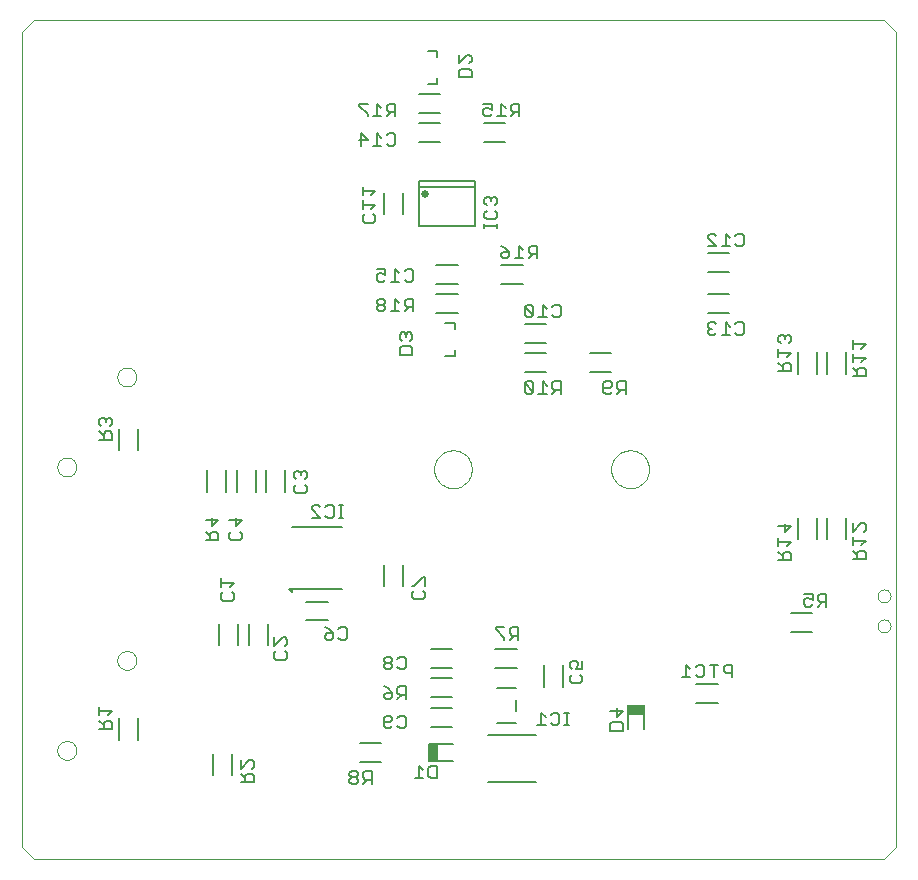
<source format=gbo>
G75*
G70*
%OFA0B0*%
%FSLAX24Y24*%
%IPPOS*%
%LPD*%
%AMOC8*
5,1,8,0,0,1.08239X$1,22.5*
%
%ADD10C,0.0000*%
%ADD11C,0.0079*%
%ADD12C,0.0080*%
%ADD13C,0.0250*%
%ADD14C,0.0060*%
%ADD15R,0.0354X0.0551*%
%ADD16R,0.0551X0.0354*%
D10*
X003683Y003275D02*
X004076Y002881D01*
X032423Y002881D01*
X032817Y003275D01*
X032817Y030441D01*
X032423Y030834D01*
X004076Y030834D01*
X003683Y030441D01*
X003683Y003275D01*
X004868Y006500D02*
X004870Y006535D01*
X004876Y006570D01*
X004886Y006604D01*
X004899Y006637D01*
X004916Y006668D01*
X004937Y006696D01*
X004960Y006723D01*
X004987Y006746D01*
X005015Y006767D01*
X005046Y006784D01*
X005079Y006797D01*
X005113Y006807D01*
X005148Y006813D01*
X005183Y006815D01*
X005218Y006813D01*
X005253Y006807D01*
X005287Y006797D01*
X005320Y006784D01*
X005351Y006767D01*
X005379Y006746D01*
X005406Y006723D01*
X005429Y006696D01*
X005450Y006668D01*
X005467Y006637D01*
X005480Y006604D01*
X005490Y006570D01*
X005496Y006535D01*
X005498Y006500D01*
X005496Y006465D01*
X005490Y006430D01*
X005480Y006396D01*
X005467Y006363D01*
X005450Y006332D01*
X005429Y006304D01*
X005406Y006277D01*
X005379Y006254D01*
X005351Y006233D01*
X005320Y006216D01*
X005287Y006203D01*
X005253Y006193D01*
X005218Y006187D01*
X005183Y006185D01*
X005148Y006187D01*
X005113Y006193D01*
X005079Y006203D01*
X005046Y006216D01*
X005015Y006233D01*
X004987Y006254D01*
X004960Y006277D01*
X004937Y006304D01*
X004916Y006332D01*
X004899Y006363D01*
X004886Y006396D01*
X004876Y006430D01*
X004870Y006465D01*
X004868Y006500D01*
X006868Y009500D02*
X006870Y009535D01*
X006876Y009570D01*
X006886Y009604D01*
X006899Y009637D01*
X006916Y009668D01*
X006937Y009696D01*
X006960Y009723D01*
X006987Y009746D01*
X007015Y009767D01*
X007046Y009784D01*
X007079Y009797D01*
X007113Y009807D01*
X007148Y009813D01*
X007183Y009815D01*
X007218Y009813D01*
X007253Y009807D01*
X007287Y009797D01*
X007320Y009784D01*
X007351Y009767D01*
X007379Y009746D01*
X007406Y009723D01*
X007429Y009696D01*
X007450Y009668D01*
X007467Y009637D01*
X007480Y009604D01*
X007490Y009570D01*
X007496Y009535D01*
X007498Y009500D01*
X007496Y009465D01*
X007490Y009430D01*
X007480Y009396D01*
X007467Y009363D01*
X007450Y009332D01*
X007429Y009304D01*
X007406Y009277D01*
X007379Y009254D01*
X007351Y009233D01*
X007320Y009216D01*
X007287Y009203D01*
X007253Y009193D01*
X007218Y009187D01*
X007183Y009185D01*
X007148Y009187D01*
X007113Y009193D01*
X007079Y009203D01*
X007046Y009216D01*
X007015Y009233D01*
X006987Y009254D01*
X006960Y009277D01*
X006937Y009304D01*
X006916Y009332D01*
X006899Y009363D01*
X006886Y009396D01*
X006876Y009430D01*
X006870Y009465D01*
X006868Y009500D01*
X004868Y015948D02*
X004870Y015983D01*
X004876Y016018D01*
X004886Y016052D01*
X004899Y016085D01*
X004916Y016116D01*
X004937Y016144D01*
X004960Y016171D01*
X004987Y016194D01*
X005015Y016215D01*
X005046Y016232D01*
X005079Y016245D01*
X005113Y016255D01*
X005148Y016261D01*
X005183Y016263D01*
X005218Y016261D01*
X005253Y016255D01*
X005287Y016245D01*
X005320Y016232D01*
X005351Y016215D01*
X005379Y016194D01*
X005406Y016171D01*
X005429Y016144D01*
X005450Y016116D01*
X005467Y016085D01*
X005480Y016052D01*
X005490Y016018D01*
X005496Y015983D01*
X005498Y015948D01*
X005496Y015913D01*
X005490Y015878D01*
X005480Y015844D01*
X005467Y015811D01*
X005450Y015780D01*
X005429Y015752D01*
X005406Y015725D01*
X005379Y015702D01*
X005351Y015681D01*
X005320Y015664D01*
X005287Y015651D01*
X005253Y015641D01*
X005218Y015635D01*
X005183Y015633D01*
X005148Y015635D01*
X005113Y015641D01*
X005079Y015651D01*
X005046Y015664D01*
X005015Y015681D01*
X004987Y015702D01*
X004960Y015725D01*
X004937Y015752D01*
X004916Y015780D01*
X004899Y015811D01*
X004886Y015844D01*
X004876Y015878D01*
X004870Y015913D01*
X004868Y015948D01*
X006868Y018948D02*
X006870Y018983D01*
X006876Y019018D01*
X006886Y019052D01*
X006899Y019085D01*
X006916Y019116D01*
X006937Y019144D01*
X006960Y019171D01*
X006987Y019194D01*
X007015Y019215D01*
X007046Y019232D01*
X007079Y019245D01*
X007113Y019255D01*
X007148Y019261D01*
X007183Y019263D01*
X007218Y019261D01*
X007253Y019255D01*
X007287Y019245D01*
X007320Y019232D01*
X007351Y019215D01*
X007379Y019194D01*
X007406Y019171D01*
X007429Y019144D01*
X007450Y019116D01*
X007467Y019085D01*
X007480Y019052D01*
X007490Y019018D01*
X007496Y018983D01*
X007498Y018948D01*
X007496Y018913D01*
X007490Y018878D01*
X007480Y018844D01*
X007467Y018811D01*
X007450Y018780D01*
X007429Y018752D01*
X007406Y018725D01*
X007379Y018702D01*
X007351Y018681D01*
X007320Y018664D01*
X007287Y018651D01*
X007253Y018641D01*
X007218Y018635D01*
X007183Y018633D01*
X007148Y018635D01*
X007113Y018641D01*
X007079Y018651D01*
X007046Y018664D01*
X007015Y018681D01*
X006987Y018702D01*
X006960Y018725D01*
X006937Y018752D01*
X006916Y018780D01*
X006899Y018811D01*
X006886Y018844D01*
X006876Y018878D01*
X006870Y018913D01*
X006868Y018948D01*
X017423Y015874D02*
X017425Y015924D01*
X017431Y015974D01*
X017441Y016023D01*
X017455Y016071D01*
X017472Y016118D01*
X017493Y016163D01*
X017518Y016207D01*
X017546Y016248D01*
X017578Y016287D01*
X017612Y016324D01*
X017649Y016358D01*
X017689Y016388D01*
X017731Y016415D01*
X017775Y016439D01*
X017821Y016460D01*
X017868Y016476D01*
X017916Y016489D01*
X017966Y016498D01*
X018015Y016503D01*
X018066Y016504D01*
X018116Y016501D01*
X018165Y016494D01*
X018214Y016483D01*
X018262Y016468D01*
X018308Y016450D01*
X018353Y016428D01*
X018396Y016402D01*
X018437Y016373D01*
X018476Y016341D01*
X018512Y016306D01*
X018544Y016268D01*
X018574Y016228D01*
X018601Y016185D01*
X018624Y016141D01*
X018643Y016095D01*
X018659Y016047D01*
X018671Y015998D01*
X018679Y015949D01*
X018683Y015899D01*
X018683Y015849D01*
X018679Y015799D01*
X018671Y015750D01*
X018659Y015701D01*
X018643Y015653D01*
X018624Y015607D01*
X018601Y015563D01*
X018574Y015520D01*
X018544Y015480D01*
X018512Y015442D01*
X018476Y015407D01*
X018437Y015375D01*
X018396Y015346D01*
X018353Y015320D01*
X018308Y015298D01*
X018262Y015280D01*
X018214Y015265D01*
X018165Y015254D01*
X018116Y015247D01*
X018066Y015244D01*
X018015Y015245D01*
X017966Y015250D01*
X017916Y015259D01*
X017868Y015272D01*
X017821Y015288D01*
X017775Y015309D01*
X017731Y015333D01*
X017689Y015360D01*
X017649Y015390D01*
X017612Y015424D01*
X017578Y015461D01*
X017546Y015500D01*
X017518Y015541D01*
X017493Y015585D01*
X017472Y015630D01*
X017455Y015677D01*
X017441Y015725D01*
X017431Y015774D01*
X017425Y015824D01*
X017423Y015874D01*
X023328Y015874D02*
X023330Y015924D01*
X023336Y015974D01*
X023346Y016023D01*
X023360Y016071D01*
X023377Y016118D01*
X023398Y016163D01*
X023423Y016207D01*
X023451Y016248D01*
X023483Y016287D01*
X023517Y016324D01*
X023554Y016358D01*
X023594Y016388D01*
X023636Y016415D01*
X023680Y016439D01*
X023726Y016460D01*
X023773Y016476D01*
X023821Y016489D01*
X023871Y016498D01*
X023920Y016503D01*
X023971Y016504D01*
X024021Y016501D01*
X024070Y016494D01*
X024119Y016483D01*
X024167Y016468D01*
X024213Y016450D01*
X024258Y016428D01*
X024301Y016402D01*
X024342Y016373D01*
X024381Y016341D01*
X024417Y016306D01*
X024449Y016268D01*
X024479Y016228D01*
X024506Y016185D01*
X024529Y016141D01*
X024548Y016095D01*
X024564Y016047D01*
X024576Y015998D01*
X024584Y015949D01*
X024588Y015899D01*
X024588Y015849D01*
X024584Y015799D01*
X024576Y015750D01*
X024564Y015701D01*
X024548Y015653D01*
X024529Y015607D01*
X024506Y015563D01*
X024479Y015520D01*
X024449Y015480D01*
X024417Y015442D01*
X024381Y015407D01*
X024342Y015375D01*
X024301Y015346D01*
X024258Y015320D01*
X024213Y015298D01*
X024167Y015280D01*
X024119Y015265D01*
X024070Y015254D01*
X024021Y015247D01*
X023971Y015244D01*
X023920Y015245D01*
X023871Y015250D01*
X023821Y015259D01*
X023773Y015272D01*
X023726Y015288D01*
X023680Y015309D01*
X023636Y015333D01*
X023594Y015360D01*
X023554Y015390D01*
X023517Y015424D01*
X023483Y015461D01*
X023451Y015500D01*
X023423Y015541D01*
X023398Y015585D01*
X023377Y015630D01*
X023360Y015677D01*
X023346Y015725D01*
X023336Y015774D01*
X023330Y015824D01*
X023328Y015874D01*
X032206Y011649D02*
X032208Y011678D01*
X032214Y011706D01*
X032223Y011734D01*
X032236Y011760D01*
X032253Y011783D01*
X032272Y011805D01*
X032294Y011824D01*
X032319Y011839D01*
X032345Y011852D01*
X032373Y011860D01*
X032401Y011865D01*
X032430Y011866D01*
X032459Y011863D01*
X032487Y011856D01*
X032514Y011846D01*
X032540Y011832D01*
X032563Y011815D01*
X032584Y011795D01*
X032602Y011772D01*
X032617Y011747D01*
X032628Y011720D01*
X032636Y011692D01*
X032640Y011663D01*
X032640Y011635D01*
X032636Y011606D01*
X032628Y011578D01*
X032617Y011551D01*
X032602Y011526D01*
X032584Y011503D01*
X032563Y011483D01*
X032540Y011466D01*
X032514Y011452D01*
X032487Y011442D01*
X032459Y011435D01*
X032430Y011432D01*
X032401Y011433D01*
X032373Y011438D01*
X032345Y011446D01*
X032319Y011459D01*
X032294Y011474D01*
X032272Y011493D01*
X032253Y011515D01*
X032236Y011538D01*
X032223Y011564D01*
X032214Y011592D01*
X032208Y011620D01*
X032206Y011649D01*
X032206Y010649D02*
X032208Y010678D01*
X032214Y010706D01*
X032223Y010734D01*
X032236Y010760D01*
X032253Y010783D01*
X032272Y010805D01*
X032294Y010824D01*
X032319Y010839D01*
X032345Y010852D01*
X032373Y010860D01*
X032401Y010865D01*
X032430Y010866D01*
X032459Y010863D01*
X032487Y010856D01*
X032514Y010846D01*
X032540Y010832D01*
X032563Y010815D01*
X032584Y010795D01*
X032602Y010772D01*
X032617Y010747D01*
X032628Y010720D01*
X032636Y010692D01*
X032640Y010663D01*
X032640Y010635D01*
X032636Y010606D01*
X032628Y010578D01*
X032617Y010551D01*
X032602Y010526D01*
X032584Y010503D01*
X032563Y010483D01*
X032540Y010466D01*
X032514Y010452D01*
X032487Y010442D01*
X032459Y010435D01*
X032430Y010432D01*
X032401Y010433D01*
X032373Y010438D01*
X032345Y010446D01*
X032319Y010459D01*
X032294Y010474D01*
X032272Y010493D01*
X032253Y010515D01*
X032236Y010538D01*
X032223Y010564D01*
X032214Y010592D01*
X032208Y010620D01*
X032206Y010649D01*
D11*
X030021Y010441D02*
X029313Y010441D01*
X029313Y011070D02*
X030021Y011070D01*
X030179Y013551D02*
X030179Y014259D01*
X030533Y014259D02*
X030533Y013551D01*
X031163Y013551D02*
X031163Y014259D01*
X029549Y014259D02*
X029549Y013551D01*
X026872Y008708D02*
X026163Y008708D01*
X026163Y008078D02*
X026872Y008078D01*
X024431Y008000D02*
X024431Y007212D01*
X023880Y007212D02*
X023880Y008000D01*
X021714Y008630D02*
X021714Y009338D01*
X021084Y009338D02*
X021084Y008630D01*
X020179Y009259D02*
X019470Y009259D01*
X019470Y009889D02*
X020179Y009889D01*
X018013Y009889D02*
X017305Y009889D01*
X017305Y009259D02*
X018013Y009259D01*
X018013Y008905D02*
X017305Y008905D01*
X017305Y008275D02*
X018013Y008275D01*
X018013Y007921D02*
X017305Y007921D01*
X017305Y007291D02*
X018013Y007291D01*
X018053Y006700D02*
X017265Y006700D01*
X017265Y006149D02*
X018053Y006149D01*
X019234Y005441D02*
X020809Y005441D01*
X020809Y007015D02*
X019234Y007015D01*
X015651Y006740D02*
X014943Y006740D01*
X014943Y006110D02*
X015651Y006110D01*
X011872Y010007D02*
X011872Y010716D01*
X011242Y010716D02*
X011242Y010007D01*
X010887Y010007D02*
X010887Y010716D01*
X010257Y010716D02*
X010257Y010007D01*
X012580Y011897D02*
X012698Y011897D01*
X012698Y011779D01*
X012580Y011897D01*
X012698Y011897D02*
X014352Y011897D01*
X013880Y011464D02*
X013171Y011464D01*
X013171Y010834D02*
X013880Y010834D01*
X015769Y011976D02*
X015769Y012685D01*
X016399Y012685D02*
X016399Y011976D01*
X014352Y013944D02*
X012698Y013944D01*
X012462Y015126D02*
X012462Y015834D01*
X011832Y015834D02*
X011832Y015126D01*
X011478Y015126D02*
X011478Y015834D01*
X010848Y015834D02*
X010848Y015126D01*
X010494Y015126D02*
X010494Y015834D01*
X009864Y015834D02*
X009864Y015126D01*
X007541Y016504D02*
X007541Y017212D01*
X006911Y017212D02*
X006911Y016504D01*
X015769Y024378D02*
X015769Y025086D01*
X016399Y025086D02*
X016399Y024378D01*
X017502Y022685D02*
X018210Y022685D01*
X018210Y022055D02*
X017502Y022055D01*
X017502Y021700D02*
X018210Y021700D01*
X018210Y021070D02*
X017502Y021070D01*
X019667Y022055D02*
X020376Y022055D01*
X020376Y022685D02*
X019667Y022685D01*
X020454Y020716D02*
X021163Y020716D01*
X021163Y020086D02*
X020454Y020086D01*
X020454Y019732D02*
X021163Y019732D01*
X021163Y019102D02*
X020454Y019102D01*
X022620Y019102D02*
X023328Y019102D01*
X023328Y019732D02*
X022620Y019732D01*
X026557Y021070D02*
X027265Y021070D01*
X027265Y021700D02*
X026557Y021700D01*
X026557Y022448D02*
X027265Y022448D01*
X027265Y023078D02*
X026557Y023078D01*
X029549Y019771D02*
X029549Y019063D01*
X030179Y019063D02*
X030179Y019771D01*
X030533Y019771D02*
X030533Y019063D01*
X031163Y019063D02*
X031163Y019771D01*
X019785Y026779D02*
X019076Y026779D01*
X019076Y027409D02*
X019785Y027409D01*
X017620Y027409D02*
X016911Y027409D01*
X016911Y027763D02*
X017620Y027763D01*
X017620Y028393D02*
X016911Y028393D01*
X016911Y026779D02*
X017620Y026779D01*
X007541Y007567D02*
X007541Y006858D01*
X006911Y006858D02*
X006911Y007567D01*
X010061Y006385D02*
X010061Y005677D01*
X010691Y005677D02*
X010691Y006385D01*
D12*
X010990Y006175D02*
X010990Y005895D01*
X011271Y006175D01*
X011341Y006175D01*
X011411Y006105D01*
X011411Y005965D01*
X011341Y005895D01*
X011341Y005715D02*
X011201Y005715D01*
X011131Y005645D01*
X011131Y005435D01*
X011131Y005575D02*
X010990Y005715D01*
X010990Y005435D02*
X011411Y005435D01*
X011411Y005645D01*
X011341Y005715D01*
X014604Y005740D02*
X014604Y005670D01*
X014674Y005600D01*
X014814Y005600D01*
X014884Y005670D01*
X014884Y005740D01*
X014814Y005810D01*
X014674Y005810D01*
X014604Y005740D01*
X014674Y005600D02*
X014604Y005530D01*
X014604Y005460D01*
X014674Y005390D01*
X014814Y005390D01*
X014884Y005460D01*
X014884Y005530D01*
X014814Y005600D01*
X015064Y005600D02*
X015134Y005530D01*
X015344Y005530D01*
X015204Y005530D02*
X015064Y005390D01*
X015064Y005600D02*
X015064Y005740D01*
X015134Y005810D01*
X015344Y005810D01*
X015344Y005390D01*
X016776Y005571D02*
X017056Y005571D01*
X016916Y005571D02*
X016916Y005991D01*
X017056Y005851D01*
X017236Y005921D02*
X017306Y005991D01*
X017516Y005991D01*
X017516Y005571D01*
X017306Y005571D01*
X017236Y005641D01*
X017236Y005921D01*
X016414Y007236D02*
X016274Y007236D01*
X016204Y007307D01*
X016023Y007307D02*
X015953Y007236D01*
X015813Y007236D01*
X015743Y007307D01*
X015743Y007587D01*
X015813Y007657D01*
X015953Y007657D01*
X016023Y007587D01*
X016023Y007517D01*
X015953Y007447D01*
X015743Y007447D01*
X016204Y007587D02*
X016274Y007657D01*
X016414Y007657D01*
X016484Y007587D01*
X016484Y007307D01*
X016414Y007236D01*
X016484Y008221D02*
X016484Y008641D01*
X016274Y008641D01*
X016204Y008571D01*
X016204Y008431D01*
X016274Y008361D01*
X016484Y008361D01*
X016344Y008361D02*
X016204Y008221D01*
X016023Y008291D02*
X015953Y008221D01*
X015813Y008221D01*
X015743Y008291D01*
X015743Y008361D01*
X015813Y008431D01*
X016023Y008431D01*
X016023Y008291D01*
X016023Y008431D02*
X015883Y008571D01*
X015743Y008641D01*
X015813Y009205D02*
X015743Y009275D01*
X015743Y009345D01*
X015813Y009415D01*
X015953Y009415D01*
X016023Y009485D01*
X016023Y009555D01*
X015953Y009625D01*
X015813Y009625D01*
X015743Y009555D01*
X015743Y009485D01*
X015813Y009415D01*
X015953Y009415D02*
X016023Y009345D01*
X016023Y009275D01*
X015953Y009205D01*
X015813Y009205D01*
X016204Y009275D02*
X016274Y009205D01*
X016414Y009205D01*
X016484Y009275D01*
X016484Y009555D01*
X016414Y009625D01*
X016274Y009625D01*
X016204Y009555D01*
X014515Y010259D02*
X014445Y010189D01*
X014305Y010189D01*
X014235Y010259D01*
X014055Y010259D02*
X013985Y010189D01*
X013845Y010189D01*
X013775Y010259D01*
X013775Y010329D01*
X013845Y010399D01*
X014055Y010399D01*
X014055Y010259D01*
X014055Y010399D02*
X013915Y010540D01*
X013775Y010610D01*
X014235Y010540D02*
X014305Y010610D01*
X014445Y010610D01*
X014515Y010540D01*
X014515Y010259D01*
X012517Y010197D02*
X012517Y010057D01*
X012447Y009987D01*
X012447Y009807D02*
X012517Y009737D01*
X012517Y009597D01*
X012447Y009527D01*
X012167Y009527D01*
X012097Y009597D01*
X012097Y009737D01*
X012167Y009807D01*
X012097Y009987D02*
X012377Y010267D01*
X012447Y010267D01*
X012517Y010197D01*
X012097Y010267D02*
X012097Y009987D01*
X010675Y011495D02*
X010395Y011495D01*
X010325Y011565D01*
X010325Y011705D01*
X010395Y011776D01*
X010325Y011956D02*
X010325Y012236D01*
X010325Y012096D02*
X010745Y012096D01*
X010605Y011956D01*
X010675Y011776D02*
X010745Y011705D01*
X010745Y011565D01*
X010675Y011495D01*
X010667Y013506D02*
X010597Y013576D01*
X010597Y013716D01*
X010667Y013786D01*
X010807Y013966D02*
X010807Y014246D01*
X011017Y014176D02*
X010807Y013966D01*
X010947Y013786D02*
X011017Y013716D01*
X011017Y013576D01*
X010947Y013506D01*
X010667Y013506D01*
X010230Y013506D02*
X010230Y013716D01*
X010160Y013786D01*
X010019Y013786D01*
X009949Y013716D01*
X009949Y013506D01*
X009809Y013506D02*
X010230Y013506D01*
X009949Y013646D02*
X009809Y013786D01*
X010019Y013966D02*
X010019Y014246D01*
X009809Y014176D02*
X010230Y014176D01*
X010019Y013966D01*
X010597Y014176D02*
X011017Y014176D01*
X012762Y015150D02*
X012762Y015291D01*
X012832Y015361D01*
X012832Y015541D02*
X012762Y015611D01*
X012762Y015751D01*
X012832Y015821D01*
X012902Y015821D01*
X012972Y015751D01*
X012972Y015681D01*
X012972Y015751D02*
X013042Y015821D01*
X013112Y015821D01*
X013182Y015751D01*
X013182Y015611D01*
X013112Y015541D01*
X013112Y015361D02*
X013182Y015291D01*
X013182Y015150D01*
X013112Y015080D01*
X012832Y015080D01*
X012762Y015150D01*
X013343Y014610D02*
X013413Y014680D01*
X013553Y014680D01*
X013623Y014610D01*
X013804Y014610D02*
X013874Y014680D01*
X014014Y014680D01*
X014084Y014610D01*
X014084Y014330D01*
X014014Y014260D01*
X013874Y014260D01*
X013804Y014330D01*
X013623Y014260D02*
X013343Y014540D01*
X013343Y014610D01*
X013343Y014260D02*
X013623Y014260D01*
X014251Y014260D02*
X014391Y014260D01*
X014321Y014260D02*
X014321Y014680D01*
X014391Y014680D02*
X014251Y014680D01*
X016769Y011998D02*
X017049Y012278D01*
X017119Y012278D01*
X017119Y011998D01*
X017049Y011817D02*
X017119Y011747D01*
X017119Y011607D01*
X017049Y011537D01*
X016769Y011537D01*
X016699Y011607D01*
X016699Y011747D01*
X016769Y011817D01*
X016769Y011998D02*
X016699Y011998D01*
X019483Y010610D02*
X019483Y010540D01*
X019764Y010259D01*
X019764Y010189D01*
X019944Y010189D02*
X020084Y010329D01*
X020014Y010329D02*
X020224Y010329D01*
X020224Y010189D02*
X020224Y010610D01*
X020014Y010610D01*
X019944Y010540D01*
X019944Y010399D01*
X020014Y010329D01*
X019764Y010610D02*
X019483Y010610D01*
X019509Y008570D02*
X020139Y008570D01*
X020139Y008177D02*
X020139Y007822D01*
X020139Y007429D02*
X019509Y007429D01*
X020861Y007343D02*
X021142Y007343D01*
X021002Y007343D02*
X021002Y007763D01*
X021142Y007623D01*
X021322Y007693D02*
X021392Y007763D01*
X021532Y007763D01*
X021602Y007693D01*
X021602Y007413D01*
X021532Y007343D01*
X021392Y007343D01*
X021322Y007413D01*
X021769Y007343D02*
X021909Y007343D01*
X021839Y007343D02*
X021839Y007763D01*
X021909Y007763D02*
X021769Y007763D01*
X022009Y008739D02*
X021939Y008809D01*
X021939Y008950D01*
X022009Y009020D01*
X022009Y009200D02*
X021939Y009270D01*
X021939Y009410D01*
X022009Y009480D01*
X022149Y009480D01*
X022219Y009410D01*
X022219Y009340D01*
X022149Y009200D01*
X022360Y009200D01*
X022360Y009480D01*
X022290Y009020D02*
X022360Y008950D01*
X022360Y008809D01*
X022290Y008739D01*
X022009Y008739D01*
X023301Y007829D02*
X023722Y007829D01*
X023512Y007619D01*
X023512Y007899D01*
X023652Y007438D02*
X023371Y007438D01*
X023301Y007368D01*
X023301Y007158D01*
X023722Y007158D01*
X023722Y007368D01*
X023652Y007438D01*
X025691Y008933D02*
X025971Y008933D01*
X025831Y008933D02*
X025831Y009354D01*
X025971Y009214D01*
X026151Y009284D02*
X026221Y009354D01*
X026361Y009354D01*
X026432Y009284D01*
X026432Y009003D01*
X026361Y008933D01*
X026221Y008933D01*
X026151Y009003D01*
X026612Y009354D02*
X026892Y009354D01*
X026752Y009354D02*
X026752Y008933D01*
X027072Y009143D02*
X027072Y009284D01*
X027142Y009354D01*
X027352Y009354D01*
X027352Y008933D01*
X027352Y009073D02*
X027142Y009073D01*
X027072Y009143D01*
X029761Y011366D02*
X029831Y011296D01*
X029971Y011296D01*
X030042Y011366D01*
X030042Y011506D02*
X029901Y011576D01*
X029831Y011576D01*
X029761Y011506D01*
X029761Y011366D01*
X030042Y011506D02*
X030042Y011716D01*
X029761Y011716D01*
X030222Y011646D02*
X030222Y011506D01*
X030292Y011436D01*
X030502Y011436D01*
X030362Y011436D02*
X030222Y011296D01*
X030502Y011296D02*
X030502Y011716D01*
X030292Y011716D01*
X030222Y011646D01*
X029324Y012848D02*
X028904Y012848D01*
X029044Y012848D02*
X029044Y013059D01*
X029114Y013129D01*
X029254Y013129D01*
X029324Y013059D01*
X029324Y012848D01*
X029044Y012989D02*
X028904Y013129D01*
X028904Y013309D02*
X028904Y013589D01*
X028904Y013449D02*
X029324Y013449D01*
X029184Y013309D01*
X029114Y013769D02*
X029114Y014049D01*
X028904Y013979D02*
X029324Y013979D01*
X029114Y013769D01*
X031388Y013794D02*
X031668Y014074D01*
X031738Y014074D01*
X031808Y014004D01*
X031808Y013864D01*
X031738Y013794D01*
X031808Y013474D02*
X031388Y013474D01*
X031388Y013334D02*
X031388Y013614D01*
X031388Y013794D02*
X031388Y014074D01*
X031808Y013474D02*
X031668Y013334D01*
X031598Y013154D02*
X031528Y013083D01*
X031528Y012873D01*
X031388Y012873D02*
X031808Y012873D01*
X031808Y013083D01*
X031738Y013154D01*
X031598Y013154D01*
X031528Y013013D02*
X031388Y013154D01*
X031388Y018976D02*
X031808Y018976D01*
X031808Y019186D01*
X031738Y019256D01*
X031598Y019256D01*
X031528Y019186D01*
X031528Y018976D01*
X031528Y019116D02*
X031388Y019256D01*
X031388Y019436D02*
X031388Y019716D01*
X031388Y019576D02*
X031808Y019576D01*
X031668Y019436D01*
X031668Y019896D02*
X031808Y020037D01*
X031388Y020037D01*
X031388Y020177D02*
X031388Y019896D01*
X029324Y019748D02*
X028904Y019748D01*
X028904Y019608D02*
X028904Y019888D01*
X028974Y020068D02*
X028904Y020138D01*
X028904Y020279D01*
X028974Y020349D01*
X029044Y020349D01*
X029114Y020279D01*
X029114Y020209D01*
X029114Y020279D02*
X029184Y020349D01*
X029254Y020349D01*
X029324Y020279D01*
X029324Y020138D01*
X029254Y020068D01*
X029324Y019748D02*
X029184Y019608D01*
X029114Y019428D02*
X029044Y019358D01*
X029044Y019148D01*
X029044Y019288D02*
X028904Y019428D01*
X029114Y019428D02*
X029254Y019428D01*
X029324Y019358D01*
X029324Y019148D01*
X028904Y019148D01*
X027676Y020351D02*
X027746Y020421D01*
X027746Y020701D01*
X027676Y020771D01*
X027536Y020771D01*
X027466Y020701D01*
X027286Y020631D02*
X027146Y020771D01*
X027146Y020351D01*
X027286Y020351D02*
X027005Y020351D01*
X026825Y020421D02*
X026755Y020351D01*
X026615Y020351D01*
X026545Y020421D01*
X026545Y020491D01*
X026615Y020561D01*
X026685Y020561D01*
X026615Y020561D02*
X026545Y020631D01*
X026545Y020701D01*
X026615Y020771D01*
X026755Y020771D01*
X026825Y020701D01*
X027466Y020421D02*
X027536Y020351D01*
X027676Y020351D01*
X027676Y023303D02*
X027536Y023303D01*
X027466Y023373D01*
X027286Y023303D02*
X027005Y023303D01*
X027146Y023303D02*
X027146Y023724D01*
X027286Y023584D01*
X027466Y023654D02*
X027536Y023724D01*
X027676Y023724D01*
X027746Y023654D01*
X027746Y023373D01*
X027676Y023303D01*
X026825Y023303D02*
X026545Y023584D01*
X026545Y023654D01*
X026615Y023724D01*
X026755Y023724D01*
X026825Y023654D01*
X026825Y023303D02*
X026545Y023303D01*
X023809Y018802D02*
X023599Y018802D01*
X023529Y018732D01*
X023529Y018592D01*
X023599Y018522D01*
X023809Y018522D01*
X023809Y018382D02*
X023809Y018802D01*
X023669Y018522D02*
X023529Y018382D01*
X023349Y018452D02*
X023279Y018382D01*
X023138Y018382D01*
X023068Y018452D01*
X023068Y018732D01*
X023138Y018802D01*
X023279Y018802D01*
X023349Y018732D01*
X023349Y018662D01*
X023279Y018592D01*
X023068Y018592D01*
X021644Y018522D02*
X021433Y018522D01*
X021363Y018592D01*
X021363Y018732D01*
X021433Y018802D01*
X021644Y018802D01*
X021644Y018382D01*
X021504Y018522D02*
X021363Y018382D01*
X021183Y018382D02*
X020903Y018382D01*
X021043Y018382D02*
X021043Y018802D01*
X021183Y018662D01*
X020723Y018732D02*
X020723Y018452D01*
X020443Y018732D01*
X020443Y018452D01*
X020513Y018382D01*
X020653Y018382D01*
X020723Y018452D01*
X020723Y018732D02*
X020653Y018802D01*
X020513Y018802D01*
X020443Y018732D01*
X020513Y020941D02*
X020653Y020941D01*
X020723Y021011D01*
X020443Y021291D01*
X020443Y021011D01*
X020513Y020941D01*
X020723Y021011D02*
X020723Y021291D01*
X020653Y021362D01*
X020513Y021362D01*
X020443Y021291D01*
X020903Y020941D02*
X021183Y020941D01*
X021043Y020941D02*
X021043Y021362D01*
X021183Y021221D01*
X021363Y021291D02*
X021433Y021362D01*
X021574Y021362D01*
X021644Y021291D01*
X021644Y021011D01*
X021574Y020941D01*
X021433Y020941D01*
X021363Y021011D01*
X020856Y022910D02*
X020856Y023330D01*
X020646Y023330D01*
X020576Y023260D01*
X020576Y023120D01*
X020646Y023050D01*
X020856Y023050D01*
X020716Y023050D02*
X020576Y022910D01*
X020396Y022910D02*
X020116Y022910D01*
X020256Y022910D02*
X020256Y023330D01*
X020396Y023190D01*
X019935Y023120D02*
X019935Y022980D01*
X019865Y022910D01*
X019725Y022910D01*
X019655Y022980D01*
X019655Y023050D01*
X019725Y023120D01*
X019935Y023120D01*
X019795Y023260D01*
X019655Y023330D01*
X019522Y023900D02*
X019522Y024041D01*
X019522Y023971D02*
X019102Y023971D01*
X019102Y024041D02*
X019102Y023900D01*
X018801Y023984D02*
X018801Y025283D01*
X018801Y025480D01*
X016911Y025480D01*
X016911Y025283D01*
X018801Y025283D01*
X019172Y024948D02*
X019102Y024878D01*
X019102Y024738D01*
X019172Y024668D01*
X019172Y024488D02*
X019102Y024418D01*
X019102Y024277D01*
X019172Y024207D01*
X019452Y024207D01*
X019522Y024277D01*
X019522Y024418D01*
X019452Y024488D01*
X019452Y024668D02*
X019522Y024738D01*
X019522Y024878D01*
X019452Y024948D01*
X019382Y024948D01*
X019312Y024878D01*
X019242Y024948D01*
X019172Y024948D01*
X019312Y024878D02*
X019312Y024808D01*
X018801Y023984D02*
X016911Y023984D01*
X016911Y025283D01*
X015470Y025155D02*
X015049Y025155D01*
X015049Y025015D02*
X015049Y025295D01*
X015330Y025015D02*
X015470Y025155D01*
X015049Y024834D02*
X015049Y024554D01*
X015049Y024694D02*
X015470Y024694D01*
X015330Y024554D01*
X015400Y024374D02*
X015470Y024304D01*
X015470Y024164D01*
X015400Y024094D01*
X015120Y024094D01*
X015049Y024164D01*
X015049Y024304D01*
X015120Y024374D01*
X015521Y022543D02*
X015802Y022543D01*
X015802Y022332D01*
X015661Y022403D01*
X015591Y022403D01*
X015521Y022332D01*
X015521Y022192D01*
X015591Y022122D01*
X015732Y022122D01*
X015802Y022192D01*
X015982Y022122D02*
X016262Y022122D01*
X016122Y022122D02*
X016122Y022543D01*
X016262Y022403D01*
X016442Y022473D02*
X016512Y022543D01*
X016652Y022543D01*
X016722Y022473D01*
X016722Y022192D01*
X016652Y022122D01*
X016512Y022122D01*
X016442Y022192D01*
X016512Y021558D02*
X016442Y021488D01*
X016442Y021348D01*
X016512Y021278D01*
X016722Y021278D01*
X016582Y021278D02*
X016442Y021138D01*
X016262Y021138D02*
X015982Y021138D01*
X016122Y021138D02*
X016122Y021558D01*
X016262Y021418D01*
X016512Y021558D02*
X016722Y021558D01*
X016722Y021138D01*
X016634Y020432D02*
X016564Y020432D01*
X016494Y020362D01*
X016424Y020432D01*
X016354Y020432D01*
X016284Y020362D01*
X016284Y020222D01*
X016354Y020152D01*
X016354Y019971D02*
X016634Y019971D01*
X016704Y019901D01*
X016704Y019691D01*
X016284Y019691D01*
X016284Y019901D01*
X016354Y019971D01*
X016634Y020152D02*
X016704Y020222D01*
X016704Y020362D01*
X016634Y020432D01*
X016494Y020362D02*
X016494Y020292D01*
X015732Y021138D02*
X015802Y021208D01*
X015802Y021278D01*
X015732Y021348D01*
X015591Y021348D01*
X015521Y021278D01*
X015521Y021208D01*
X015591Y021138D01*
X015732Y021138D01*
X015732Y021348D02*
X015802Y021418D01*
X015802Y021488D01*
X015732Y021558D01*
X015591Y021558D01*
X015521Y021488D01*
X015521Y021418D01*
X015591Y021348D01*
X015531Y026650D02*
X015531Y027070D01*
X015671Y026930D01*
X015852Y027000D02*
X015922Y027070D01*
X016062Y027070D01*
X016132Y027000D01*
X016132Y026720D01*
X016062Y026650D01*
X015922Y026650D01*
X015852Y026720D01*
X015671Y026650D02*
X015391Y026650D01*
X015211Y026860D02*
X014931Y026860D01*
X015001Y026650D02*
X015001Y027070D01*
X015211Y026860D01*
X015211Y027634D02*
X015211Y027704D01*
X014931Y027984D01*
X014931Y028054D01*
X015211Y028054D01*
X015531Y028054D02*
X015531Y027634D01*
X015671Y027634D02*
X015391Y027634D01*
X015671Y027914D02*
X015531Y028054D01*
X015852Y027984D02*
X015852Y027844D01*
X015922Y027774D01*
X016132Y027774D01*
X016132Y027634D02*
X016132Y028054D01*
X015922Y028054D01*
X015852Y027984D01*
X015992Y027774D02*
X015852Y027634D01*
X018252Y028943D02*
X018252Y029153D01*
X018322Y029223D01*
X018603Y029223D01*
X018673Y029153D01*
X018673Y028943D01*
X018252Y028943D01*
X018252Y029404D02*
X018532Y029684D01*
X018603Y029684D01*
X018673Y029614D01*
X018673Y029474D01*
X018603Y029404D01*
X018252Y029404D02*
X018252Y029684D01*
X019065Y028054D02*
X019345Y028054D01*
X019345Y027844D01*
X019205Y027914D01*
X019135Y027914D01*
X019065Y027844D01*
X019065Y027704D01*
X019135Y027634D01*
X019275Y027634D01*
X019345Y027704D01*
X019525Y027634D02*
X019805Y027634D01*
X019665Y027634D02*
X019665Y028054D01*
X019805Y027914D01*
X019985Y027844D02*
X020056Y027774D01*
X020266Y027774D01*
X020266Y027634D02*
X020266Y028054D01*
X020056Y028054D01*
X019985Y027984D01*
X019985Y027844D01*
X020126Y027774D02*
X019985Y027634D01*
X006686Y017523D02*
X006616Y017593D01*
X006546Y017593D01*
X006476Y017523D01*
X006406Y017593D01*
X006336Y017593D01*
X006266Y017523D01*
X006266Y017383D01*
X006336Y017312D01*
X006266Y017132D02*
X006406Y016992D01*
X006406Y017062D02*
X006406Y016852D01*
X006266Y016852D02*
X006686Y016852D01*
X006686Y017062D01*
X006616Y017132D01*
X006476Y017132D01*
X006406Y017062D01*
X006616Y017312D02*
X006686Y017383D01*
X006686Y017523D01*
X006476Y017523D02*
X006476Y017453D01*
X006266Y007947D02*
X006266Y007667D01*
X006266Y007807D02*
X006686Y007807D01*
X006546Y007667D01*
X006616Y007487D02*
X006476Y007487D01*
X006406Y007417D01*
X006406Y007206D01*
X006266Y007206D02*
X006686Y007206D01*
X006686Y007417D01*
X006616Y007487D01*
X006406Y007347D02*
X006266Y007487D01*
D13*
X017106Y025044D03*
D14*
X017205Y028699D02*
X017525Y028699D01*
X017525Y028919D01*
X017525Y029599D02*
X017525Y029819D01*
X017205Y029819D01*
X017796Y020764D02*
X018116Y020764D01*
X018116Y020544D01*
X018116Y019864D02*
X018116Y019644D01*
X017796Y019644D01*
D15*
X017403Y006425D03*
D16*
X024155Y007862D03*
M02*

</source>
